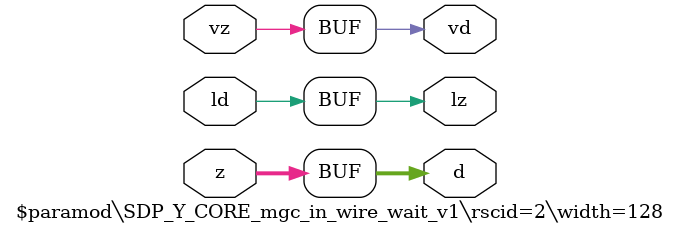
<source format=v>
module \$paramod\SDP_Y_CORE_mgc_in_wire_wait_v1\rscid=2\width=128 (ld, vd, d, lz, vz, z);
  (* src = "./vmod/nvdla/sdp/NV_NVDLA_SDP_CORE_Y_core.v:14" *)
  output [127:0] d;
  (* src = "./vmod/nvdla/sdp/NV_NVDLA_SDP_CORE_Y_core.v:12" *)
  input ld;
  (* src = "./vmod/nvdla/sdp/NV_NVDLA_SDP_CORE_Y_core.v:15" *)
  output lz;
  (* src = "./vmod/nvdla/sdp/NV_NVDLA_SDP_CORE_Y_core.v:13" *)
  output vd;
  (* src = "./vmod/nvdla/sdp/NV_NVDLA_SDP_CORE_Y_core.v:16" *)
  input vz;
  (* src = "./vmod/nvdla/sdp/NV_NVDLA_SDP_CORE_Y_core.v:17" *)
  input [127:0] z;
  assign d = z;
  assign lz = ld;
  assign vd = vz;
endmodule

</source>
